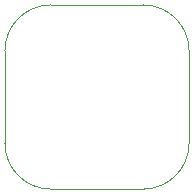
<source format=gko>
%TF.GenerationSoftware,KiCad,Pcbnew,4.0.7-e2-6376~58~ubuntu16.04.1*%
%TF.CreationDate,2018-05-14T09:05:55-07:00*%
%TF.ProjectId,2x2-LED-RGB-NeoPixel-SMT,3278322D4C45442D5247422D4E656F50,1.0*%
%TF.FileFunction,Profile,NP*%
%FSLAX46Y46*%
G04 Gerber Fmt 4.6, Leading zero omitted, Abs format (unit mm)*
G04 Created by KiCad (PCBNEW 4.0.7-e2-6376~58~ubuntu16.04.1) date Mon May 14 09:05:55 2018*
%MOMM*%
%LPD*%
G01*
G04 APERTURE LIST*
%ADD10C,0.350000*%
%ADD11C,0.040640*%
G04 APERTURE END LIST*
D10*
D11*
X17573954Y-40225584D02*
X9673954Y-40225584D01*
X17573954Y-55825584D02*
X9673954Y-55825584D01*
X21373954Y-51925584D02*
X21373954Y-44125584D01*
X5773954Y-51925584D02*
X5773954Y-44125584D01*
X21373954Y-44125584D02*
G75*
G03X17473954Y-40225584I-3900000J0D01*
G01*
X17473954Y-55825584D02*
G75*
G03X21373954Y-51925584I0J3900000D01*
G01*
X5773954Y-51925584D02*
G75*
G03X9673954Y-55825584I3900000J0D01*
G01*
X9673954Y-40225584D02*
G75*
G03X5773954Y-44125584I0J-3900000D01*
G01*
M02*

</source>
